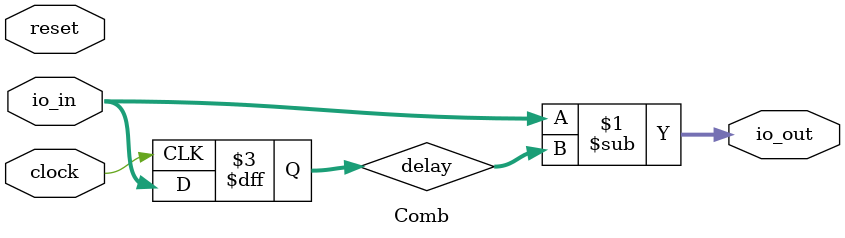
<source format=v>
module Comb(
  input         clock,
  input         reset,
  input  [11:0] io_in,
  output [11:0] io_out
);
`ifdef RANDOMIZE_REG_INIT
  reg [31:0] _RAND_0;
`endif // RANDOMIZE_REG_INIT
  reg [11:0] delay; // @[regtype.scala 13:24]
  assign io_out = $signed(io_in) - $signed(delay); // @[regtype.scala 15:19]
  always @(posedge clock) begin
    delay <= io_in; // @[regtype.scala 14:9]
  end
// Register and memory initialization
`ifdef RANDOMIZE_GARBAGE_ASSIGN
`define RANDOMIZE
`endif
`ifdef RANDOMIZE_INVALID_ASSIGN
`define RANDOMIZE
`endif
`ifdef RANDOMIZE_REG_INIT
`define RANDOMIZE
`endif
`ifdef RANDOMIZE_MEM_INIT
`define RANDOMIZE
`endif
`ifndef RANDOM
`define RANDOM $random
`endif
`ifdef RANDOMIZE_MEM_INIT
  integer initvar;
`endif
`ifndef SYNTHESIS
`ifdef FIRRTL_BEFORE_INITIAL
`FIRRTL_BEFORE_INITIAL
`endif
initial begin
  `ifdef RANDOMIZE
    `ifdef INIT_RANDOM
      `INIT_RANDOM
    `endif
    `ifndef VERILATOR
      `ifdef RANDOMIZE_DELAY
        #`RANDOMIZE_DELAY begin end
      `else
        #0.002 begin end
      `endif
    `endif
`ifdef RANDOMIZE_REG_INIT
  _RAND_0 = {1{`RANDOM}};
  delay = _RAND_0[11:0];
`endif // RANDOMIZE_REG_INIT
  `endif // RANDOMIZE
end // initial
`ifdef FIRRTL_AFTER_INITIAL
`FIRRTL_AFTER_INITIAL
`endif
`endif // SYNTHESIS
endmodule

</source>
